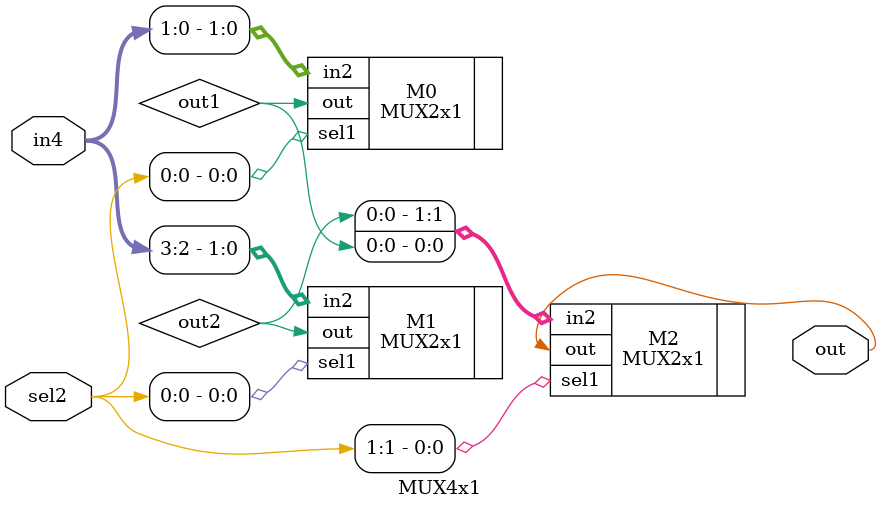
<source format=sv>
`timescale 1ns / 1ps


module MUX4x1(input [1:0] sel2, 
              input [3:0] in4,
              output logic out
    );
    
wire out1, out2;
MUX2x1 M0(.sel1(sel2[0]), .in2(in4[1:0]),.out(out1));
MUX2x1 M1(.sel1(sel2[0]), .in2(in4[3:2]),.out(out2));

MUX2x1 M2(.sel1(sel2[1]), .in2({out2,out1}),.out(out));

endmodule

//    always @(sel2 or in4) begin
//        case(sel2)
//            2'b00: begin out= in4[0] ; end
//            2'b01: begin out= in4[1] ; end
//            2'b10: begin out= in4[2] ; end
//            2'b11: begin out= in4[3] ; end
//        endcase
//    end

</source>
